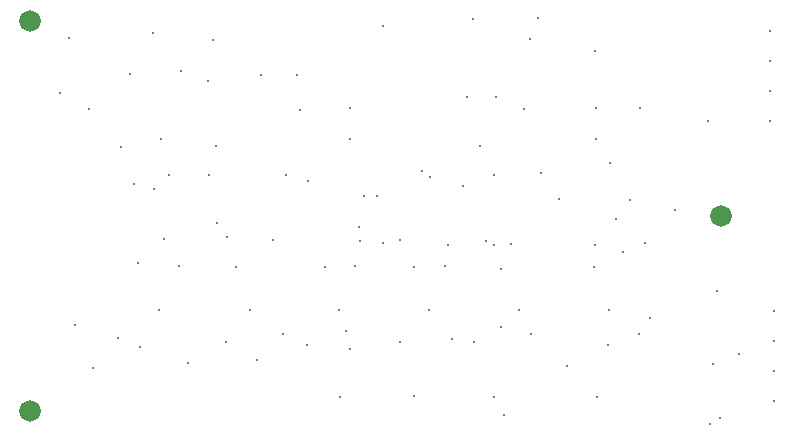
<source format=gbr>
%TF.GenerationSoftware,Altium Limited,Altium Designer,21.1.1 (26)*%
G04 Layer_Color=0*
%FSLAX26Y26*%
%MOIN*%
%TF.SameCoordinates,5075B572-C75D-40FD-B4B0-80468548393A*%
%TF.FilePolarity,Positive*%
%TF.FileFunction,Plated,1,4,PTH,Drill*%
%TF.Part,Single*%
G01*
G75*
%TA.AperFunction,ViaDrill,NotFilled*%
%ADD75C,0.009000*%
%ADD76C,0.072000*%
D75*
X3016920Y1446125D02*
D03*
X2876000Y1716000D02*
D03*
X855000Y2290000D02*
D03*
X1615000Y2165000D02*
D03*
X1792034Y1952598D02*
D03*
Y2054962D02*
D03*
X1837617Y1760617D02*
D03*
X1495000Y2165000D02*
D03*
X2702000Y1576500D02*
D03*
X2610000Y1600000D02*
D03*
X2395000Y1301117D02*
D03*
X2775000Y1605476D02*
D03*
X2679858Y1685500D02*
D03*
X2354416Y1382333D02*
D03*
X2295000Y1325000D02*
D03*
X2110000Y1528000D02*
D03*
X2054562Y1382333D02*
D03*
X875824Y1330552D02*
D03*
X1092063Y1256897D02*
D03*
X825000Y2105000D02*
D03*
X1140000Y1785000D02*
D03*
X2654268Y1382333D02*
D03*
X1823368Y1657159D02*
D03*
X1754708Y1382333D02*
D03*
X2515000Y1195000D02*
D03*
X2755000Y1301117D02*
D03*
X2651279Y1266236D02*
D03*
X2605000Y1525000D02*
D03*
X2295205Y1519535D02*
D03*
X2330000Y1601500D02*
D03*
X2271761Y1832658D02*
D03*
X2273162Y1598488D02*
D03*
X2246500Y1611000D02*
D03*
X2031088Y1844525D02*
D03*
X2059000Y1826000D02*
D03*
X1322000Y1832000D02*
D03*
X1188917Y1832469D02*
D03*
X1649500Y1265779D02*
D03*
X1570000Y1301117D02*
D03*
X2725000Y1750000D02*
D03*
X1458500Y1381254D02*
D03*
X1155000Y1382333D02*
D03*
X935070Y1189854D02*
D03*
X1791466Y1252258D02*
D03*
X1960000Y1275000D02*
D03*
X2133634Y1284085D02*
D03*
X2204373Y1273558D02*
D03*
X3087842Y1235224D02*
D03*
X3003000Y1201000D02*
D03*
X2183711Y2090641D02*
D03*
X2120000Y1600000D02*
D03*
X2005000Y1525000D02*
D03*
X1710000D02*
D03*
X1484174Y1215000D02*
D03*
X1380000Y1273560D02*
D03*
X1253342Y1205866D02*
D03*
X1411215Y1524822D02*
D03*
X1018901Y1288988D02*
D03*
X1320340Y2146500D02*
D03*
X1230000Y2180000D02*
D03*
X1058808Y2170000D02*
D03*
X1073000Y1802000D02*
D03*
X1030000Y1925000D02*
D03*
X922152Y2051207D02*
D03*
X1625000Y2050000D02*
D03*
X1345000Y1930000D02*
D03*
X1135000Y2305000D02*
D03*
X1084777Y1538049D02*
D03*
X3025150Y1021535D02*
D03*
X2993237Y1000815D02*
D03*
X3206824Y1380000D02*
D03*
X2791000Y1354000D02*
D03*
X3206824Y1280000D02*
D03*
Y1180000D02*
D03*
Y1080000D02*
D03*
X2986500Y2010238D02*
D03*
X3191824Y2310238D02*
D03*
Y2110238D02*
D03*
Y2010238D02*
D03*
Y2210238D02*
D03*
X1348015Y1670090D02*
D03*
X1653000Y1811772D02*
D03*
X2006594Y1093978D02*
D03*
X1535405Y1613639D02*
D03*
X1382034Y1623820D02*
D03*
X2280000Y2091000D02*
D03*
X2307000Y1031000D02*
D03*
X1222000Y1528000D02*
D03*
X1827000Y1611000D02*
D03*
X1808000Y1527402D02*
D03*
X1579500Y1833000D02*
D03*
X1958000Y1615000D02*
D03*
X1902000Y1604000D02*
D03*
X2429000Y1840000D02*
D03*
X1883222Y1760592D02*
D03*
X2418000Y2355000D02*
D03*
X2660000Y1871000D02*
D03*
X2202000Y2351000D02*
D03*
X2167966Y1795000D02*
D03*
X1778000Y1311000D02*
D03*
X1335972Y2282812D02*
D03*
X2615790Y1090042D02*
D03*
X1901772Y2328872D02*
D03*
X2612966Y2054962D02*
D03*
X2610368Y2246654D02*
D03*
X1172966Y1618818D02*
D03*
X1760348Y1090042D02*
D03*
X1162966Y1952598D02*
D03*
X2273614Y1090042D02*
D03*
X2227034Y1928978D02*
D03*
X2489934Y1751024D02*
D03*
X2372034Y2051026D02*
D03*
X2612966Y1952598D02*
D03*
X2394028Y2284056D02*
D03*
X2757966Y2054962D02*
D03*
D76*
X725000Y1045000D02*
D03*
Y2345000D02*
D03*
X3030000Y1695000D02*
D03*
%TF.MD5,c492c702987af6e86a10b5382767e0a6*%
M02*

</source>
